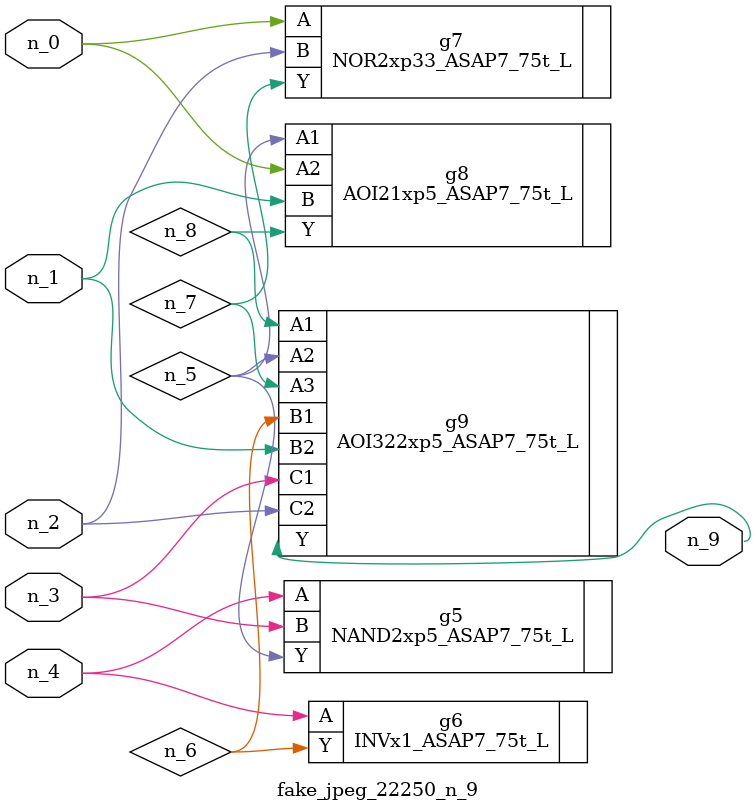
<source format=v>
module fake_jpeg_22250_n_9 (n_3, n_2, n_1, n_0, n_4, n_9);

input n_3;
input n_2;
input n_1;
input n_0;
input n_4;

output n_9;

wire n_8;
wire n_6;
wire n_5;
wire n_7;

NAND2xp5_ASAP7_75t_L g5 ( 
.A(n_4),
.B(n_3),
.Y(n_5)
);

INVx1_ASAP7_75t_L g6 ( 
.A(n_4),
.Y(n_6)
);

NOR2xp33_ASAP7_75t_L g7 ( 
.A(n_0),
.B(n_2),
.Y(n_7)
);

AOI21xp5_ASAP7_75t_L g8 ( 
.A1(n_5),
.A2(n_0),
.B(n_1),
.Y(n_8)
);

AOI322xp5_ASAP7_75t_L g9 ( 
.A1(n_8),
.A2(n_5),
.A3(n_7),
.B1(n_6),
.B2(n_1),
.C1(n_3),
.C2(n_2),
.Y(n_9)
);


endmodule
</source>
